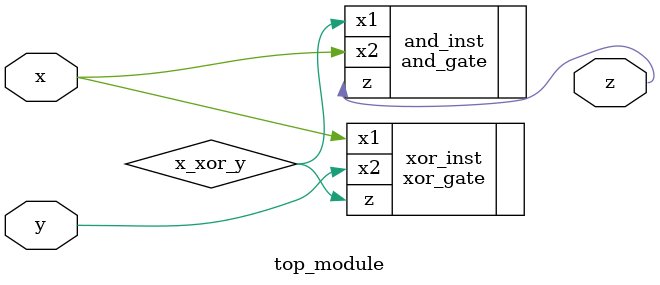
<source format=sv>
module top_module(
	input x,
	input y,
	output z);

	// Intermediate wire to store the result of xor operation
	wire x_xor_y;

	// Xor gate to compute x^y
	xor_gate xor_inst (
		.x1(x),
		.x2(y),
		.z(x_xor_y)
	);

	// And gate to compute (x^y) & x
	and_gate and_inst (
		.x1(x_xor_y),
		.x2(x),
		.z(z)
	);

endmodule

</source>
